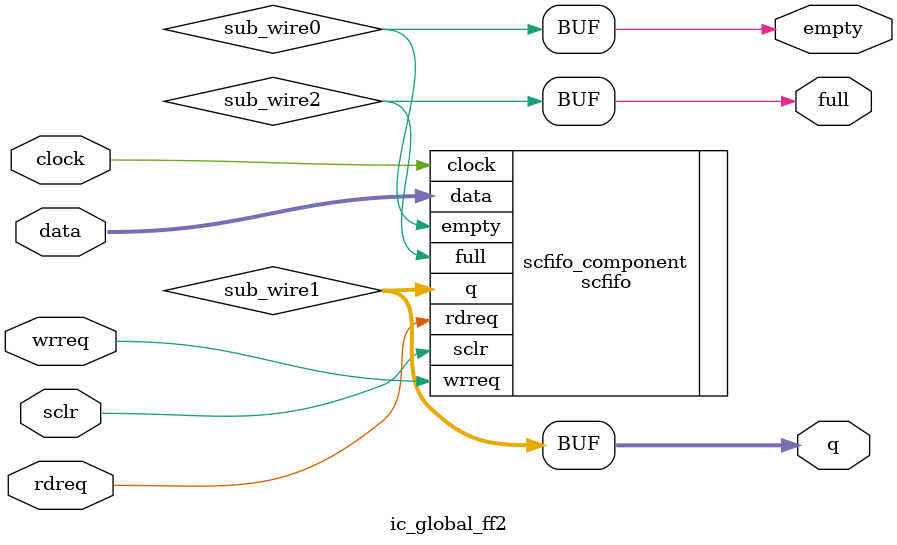
<source format=v>
module ic_global_ff2 (
	clock,
	data,
	rdreq,
	sclr,
	wrreq,
	empty,
	full,
	q);

	input	  clock;
	input	[31:0]  data;
	input	  rdreq;
	input	  sclr;
	input	  wrreq;
	output	  empty;
	output	  full;
	output	[31:0]  q;

	wire  sub_wire0;
	wire [31:0] sub_wire1;
	wire  sub_wire2;
	wire  empty = sub_wire0;
	wire [31:0] q = sub_wire1[31:0];
	wire  full = sub_wire2;

	scfifo	scfifo_component (
				.rdreq (rdreq),
				.sclr (sclr),
				.clock (clock),
				.wrreq (wrreq),
				.data (data),
				.empty (sub_wire0),
				.q (sub_wire1),
				.full (sub_wire2)
				// synopsys translate_off
				,
				.aclr (),
				.almost_empty (),
				.almost_full (),
				.usedw ()
				// synopsys translate_on
				);
	defparam
		scfifo_component.add_ram_output_register = "OFF",
		scfifo_component.intended_device_family = "Stratix III",
		scfifo_component.lpm_numwords = 2048,
		scfifo_component.lpm_showahead = "OFF",
		scfifo_component.lpm_type = "scfifo",
		scfifo_component.lpm_width = 32,
		scfifo_component.lpm_widthu = 11,
		scfifo_component.overflow_checking = "ON",
		scfifo_component.underflow_checking = "ON",
		scfifo_component.use_eab = "ON";
endmodule
</source>
